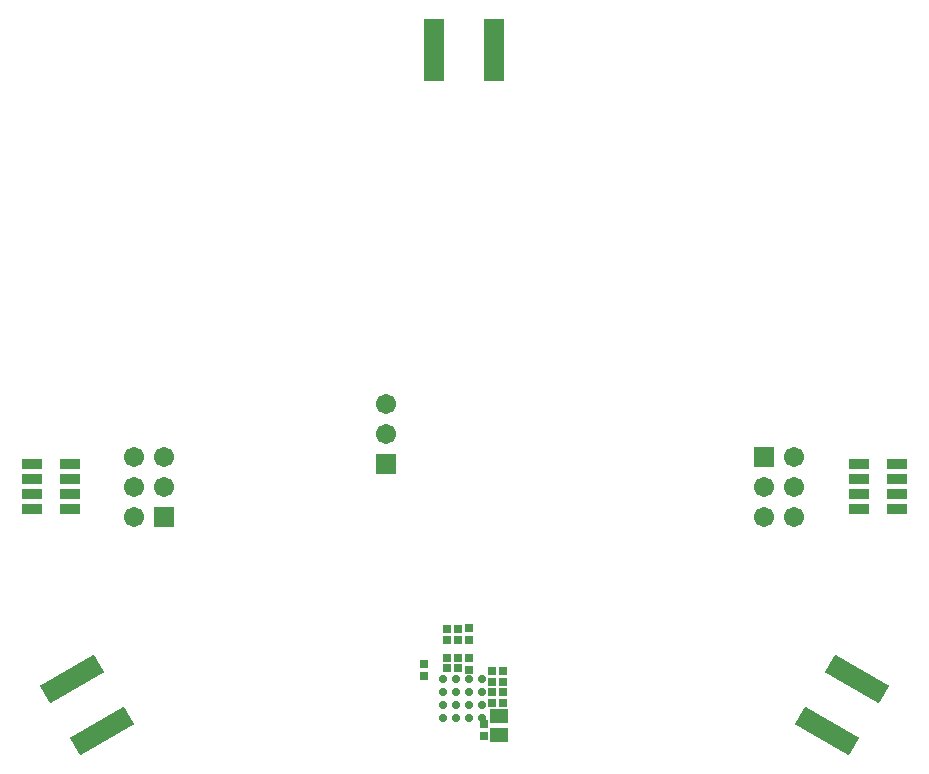
<source format=gbs>
%FSLAX25Y25*%
%MOIN*%
G70*
G01*
G75*
G04 Layer_Color=16711935*
%ADD10O,0.03740X0.00787*%
%ADD11O,0.00787X0.03740*%
%ADD12R,0.16142X0.16142*%
%ADD13R,0.10984X0.02913*%
%ADD14R,0.02362X0.01969*%
%ADD15R,0.01969X0.02362*%
G04:AMPARAMS|DCode=16|XSize=19.69mil|YSize=23.62mil|CornerRadius=0mil|HoleSize=0mil|Usage=FLASHONLY|Rotation=60.000|XOffset=0mil|YOffset=0mil|HoleType=Round|Shape=Rectangle|*
%AMROTATEDRECTD16*
4,1,4,0.00531,-0.01443,-0.01515,-0.00262,-0.00531,0.01443,0.01515,0.00262,0.00531,-0.01443,0.0*
%
%ADD16ROTATEDRECTD16*%

G04:AMPARAMS|DCode=17|XSize=27.56mil|YSize=47.24mil|CornerRadius=0mil|HoleSize=0mil|Usage=FLASHONLY|Rotation=135.000|XOffset=0mil|YOffset=0mil|HoleType=Round|Shape=Rectangle|*
%AMROTATEDRECTD17*
4,1,4,0.02645,0.00696,-0.00696,-0.02645,-0.02645,-0.00696,0.00696,0.02645,0.02645,0.00696,0.0*
%
%ADD17ROTATEDRECTD17*%

G04:AMPARAMS|DCode=18|XSize=13.78mil|YSize=7.87mil|CornerRadius=0mil|HoleSize=0mil|Usage=FLASHONLY|Rotation=315.000|XOffset=0mil|YOffset=0mil|HoleType=Round|Shape=Rectangle|*
%AMROTATEDRECTD18*
4,1,4,-0.00766,0.00209,-0.00209,0.00766,0.00766,-0.00209,0.00209,-0.00766,-0.00766,0.00209,0.0*
%
%ADD18ROTATEDRECTD18*%

G04:AMPARAMS|DCode=19|XSize=200mil|YSize=59.84mil|CornerRadius=0mil|HoleSize=0mil|Usage=FLASHONLY|Rotation=330.000|XOffset=0mil|YOffset=0mil|HoleType=Round|Shape=Rectangle|*
%AMROTATEDRECTD19*
4,1,4,-0.10156,0.02409,-0.07164,0.07591,0.10156,-0.02409,0.07164,-0.07591,-0.10156,0.02409,0.0*
%
%ADD19ROTATEDRECTD19*%

%ADD20R,0.05984X0.20000*%
%ADD21R,0.03150X0.01181*%
G04:AMPARAMS|DCode=22|XSize=19.69mil|YSize=23.62mil|CornerRadius=0mil|HoleSize=0mil|Usage=FLASHONLY|Rotation=300.000|XOffset=0mil|YOffset=0mil|HoleType=Round|Shape=Rectangle|*
%AMROTATEDRECTD22*
4,1,4,-0.01515,0.00262,0.00531,0.01443,0.01515,-0.00262,-0.00531,-0.01443,-0.01515,0.00262,0.0*
%
%ADD22ROTATEDRECTD22*%

G04:AMPARAMS|DCode=23|XSize=200mil|YSize=59.84mil|CornerRadius=0mil|HoleSize=0mil|Usage=FLASHONLY|Rotation=30.000|XOffset=0mil|YOffset=0mil|HoleType=Round|Shape=Rectangle|*
%AMROTATEDRECTD23*
4,1,4,-0.07164,-0.07591,-0.10156,-0.02409,0.07164,0.07591,0.10156,0.02409,-0.07164,-0.07591,0.0*
%
%ADD23ROTATEDRECTD23*%

%ADD24R,0.04724X0.04331*%
%ADD25R,0.02362X0.03347*%
%ADD26R,0.00394X0.00394*%
%ADD27R,0.03543X0.03150*%
%ADD28R,0.03150X0.03543*%
%ADD29C,0.01000*%
%ADD30C,0.02000*%
%ADD31C,0.00600*%
%ADD32R,0.05906X0.05906*%
%ADD33C,0.05906*%
%ADD34C,0.02000*%
%ADD35R,0.05787X0.02913*%
%ADD36R,0.05118X0.03937*%
%ADD37C,0.00984*%
%ADD38C,0.00787*%
%ADD39C,0.00800*%
%ADD40C,0.10000*%
%ADD41O,0.04540X0.01587*%
%ADD42O,0.01587X0.04540*%
%ADD43R,0.16942X0.16942*%
%ADD44R,0.11784X0.03713*%
%ADD45R,0.03162X0.02769*%
%ADD46R,0.02769X0.03162*%
G04:AMPARAMS|DCode=47|XSize=27.69mil|YSize=31.62mil|CornerRadius=0mil|HoleSize=0mil|Usage=FLASHONLY|Rotation=60.000|XOffset=0mil|YOffset=0mil|HoleType=Round|Shape=Rectangle|*
%AMROTATEDRECTD47*
4,1,4,0.00677,-0.01989,-0.02061,-0.00408,-0.00677,0.01989,0.02061,0.00408,0.00677,-0.01989,0.0*
%
%ADD47ROTATEDRECTD47*%

G04:AMPARAMS|DCode=48|XSize=35.56mil|YSize=55.24mil|CornerRadius=0mil|HoleSize=0mil|Usage=FLASHONLY|Rotation=135.000|XOffset=0mil|YOffset=0mil|HoleType=Round|Shape=Rectangle|*
%AMROTATEDRECTD48*
4,1,4,0.03210,0.00696,-0.00696,-0.03210,-0.03210,-0.00696,0.00696,0.03210,0.03210,0.00696,0.0*
%
%ADD48ROTATEDRECTD48*%

G04:AMPARAMS|DCode=49|XSize=21.78mil|YSize=15.87mil|CornerRadius=0mil|HoleSize=0mil|Usage=FLASHONLY|Rotation=315.000|XOffset=0mil|YOffset=0mil|HoleType=Round|Shape=Rectangle|*
%AMROTATEDRECTD49*
4,1,4,-0.01331,0.00209,-0.00209,0.01331,0.01331,-0.00209,0.00209,-0.01331,-0.01331,0.00209,0.0*
%
%ADD49ROTATEDRECTD49*%

G04:AMPARAMS|DCode=50|XSize=208mil|YSize=67.84mil|CornerRadius=0mil|HoleSize=0mil|Usage=FLASHONLY|Rotation=330.000|XOffset=0mil|YOffset=0mil|HoleType=Round|Shape=Rectangle|*
%AMROTATEDRECTD50*
4,1,4,-0.10703,0.02262,-0.07311,0.08138,0.10703,-0.02262,0.07311,-0.08138,-0.10703,0.02262,0.0*
%
%ADD50ROTATEDRECTD50*%

%ADD51R,0.06784X0.20800*%
%ADD52R,0.03950X0.01981*%
G04:AMPARAMS|DCode=53|XSize=27.69mil|YSize=31.62mil|CornerRadius=0mil|HoleSize=0mil|Usage=FLASHONLY|Rotation=300.000|XOffset=0mil|YOffset=0mil|HoleType=Round|Shape=Rectangle|*
%AMROTATEDRECTD53*
4,1,4,-0.02061,0.00408,0.00677,0.01989,0.02061,-0.00408,-0.00677,-0.01989,-0.02061,0.00408,0.0*
%
%ADD53ROTATEDRECTD53*%

G04:AMPARAMS|DCode=54|XSize=208mil|YSize=67.84mil|CornerRadius=0mil|HoleSize=0mil|Usage=FLASHONLY|Rotation=30.000|XOffset=0mil|YOffset=0mil|HoleType=Round|Shape=Rectangle|*
%AMROTATEDRECTD54*
4,1,4,-0.07311,-0.08138,-0.10703,-0.02262,0.07311,0.08138,0.10703,0.02262,-0.07311,-0.08138,0.0*
%
%ADD54ROTATEDRECTD54*%

%ADD55R,0.05524X0.05131*%
%ADD56R,0.03162X0.04147*%
%ADD57R,0.01194X0.01194*%
%ADD58R,0.04343X0.03950*%
%ADD59R,0.03950X0.04343*%
%ADD60R,0.06706X0.06706*%
%ADD61C,0.06706*%
%ADD62C,0.02800*%
%ADD63R,0.06587X0.03713*%
%ADD64R,0.05918X0.04737*%
D45*
X12968Y-65000D02*
D03*
X9031D02*
D03*
X12968Y-61500D02*
D03*
X9031D02*
D03*
X12968Y-68500D02*
D03*
X9031D02*
D03*
X12968Y-72000D02*
D03*
X9031D02*
D03*
X-2032Y-60500D02*
D03*
X-5968D02*
D03*
X-2032Y-57000D02*
D03*
X-5968D02*
D03*
X-2032Y-47500D02*
D03*
X-5968D02*
D03*
X-2032Y-51000D02*
D03*
X-5968D02*
D03*
D46*
X-13500Y-59031D02*
D03*
Y-62968D02*
D03*
X6500Y-79031D02*
D03*
Y-82968D02*
D03*
X1500Y-57032D02*
D03*
Y-60969D02*
D03*
X1500Y-50968D02*
D03*
Y-47032D02*
D03*
D50*
X120984Y-81495D02*
D03*
X130984Y-64174D02*
D03*
D51*
X10000Y145669D02*
D03*
X-10000D02*
D03*
D54*
X-120984Y-81495D02*
D03*
X-130984Y-64174D02*
D03*
D60*
X-100000Y-10000D02*
D03*
X100000Y10000D02*
D03*
X-26000Y7600D02*
D03*
D61*
X-110000Y-10000D02*
D03*
X-100000Y0D02*
D03*
X-110000D02*
D03*
X-100000Y10000D02*
D03*
X-110000D02*
D03*
X110000D02*
D03*
X100000Y0D02*
D03*
X110000D02*
D03*
X100000Y-10000D02*
D03*
X110000D02*
D03*
X-26000Y17600D02*
D03*
Y27600D02*
D03*
D62*
X5996Y-76996D02*
D03*
X1665D02*
D03*
X-2665D02*
D03*
X-6996D02*
D03*
X5996Y-72665D02*
D03*
X1665D02*
D03*
X-2665D02*
D03*
X-6996D02*
D03*
X5996Y-68335D02*
D03*
X1665D02*
D03*
X-2665D02*
D03*
X-6996D02*
D03*
X5996Y-64004D02*
D03*
X1665D02*
D03*
X-2665D02*
D03*
X-6996D02*
D03*
D63*
X-131437Y-7500D02*
D03*
Y-2500D02*
D03*
Y2500D02*
D03*
Y7500D02*
D03*
X-144153D02*
D03*
Y2500D02*
D03*
Y-2500D02*
D03*
Y-7500D02*
D03*
X144153D02*
D03*
Y-2500D02*
D03*
Y2500D02*
D03*
Y7500D02*
D03*
X131437D02*
D03*
Y2500D02*
D03*
Y-2500D02*
D03*
Y-7500D02*
D03*
D64*
X11500Y-76350D02*
D03*
Y-82650D02*
D03*
M02*

</source>
